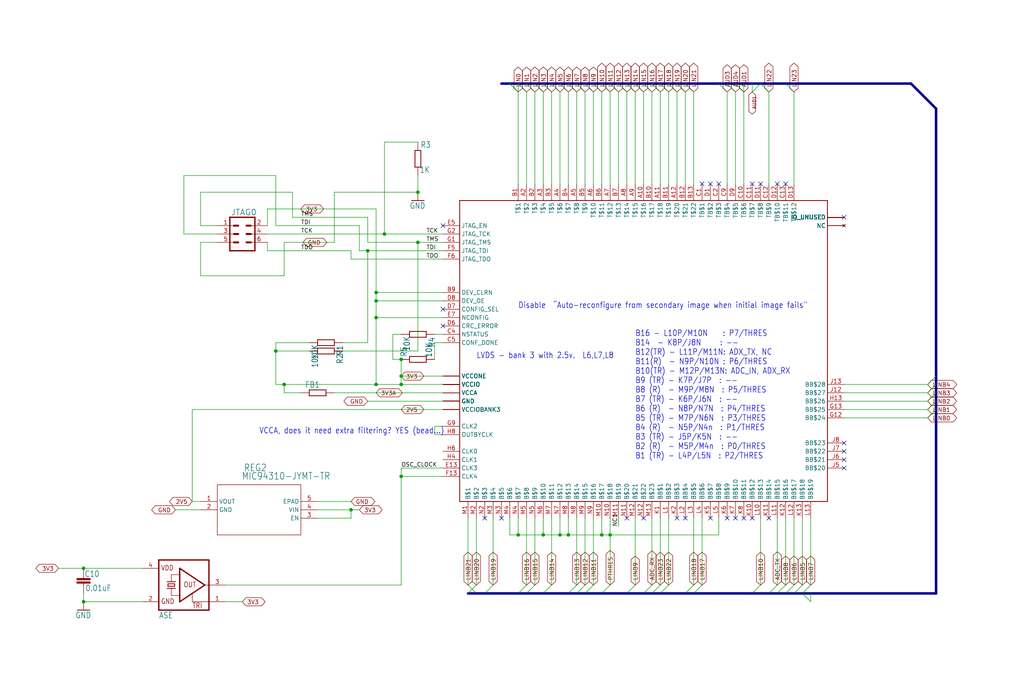
<source format=kicad_sch>
(kicad_sch (version 20231120) (generator "eeschema") (generator_version "8.0")
  (paper "User" 311.226 210.007)
  (lib_symbols
    (symbol "pokeymax4-eagle-import:ASE"
      (symbol "ASE_1_0"
        (text "GND" (at -6.985 -5.842 0) (effects (font (size 1.524 1.2954)) (justify left bottom)))
        (text "OUT" (at -0.127 -0.762 0) (effects (font (size 1.524 1.2954)) (justify left bottom)))
        (text "TRI" (at 2.54 -7.112 0) (effects (font (size 1.524 1.2954)) (justify left bottom)))
        (text "VDD" (at -6.985 4.318 0) (effects (font (size 1.524 1.2954)) (justify left bottom)))
        (pin input line (at 12.7 -5.08 180) (length 5.08) (name "TRI") (number "1"))
        (pin power_in line (at -12.7 -5.08 0) (length 5.08) (name "GND") (number "2"))
        (pin output line (at 12.7 0 180) (length 5.08) (name "OUT") (number "3"))
        (pin power_in line (at -12.7 5.08 0) (length 5.08) (name "VDD") (number "4"))
      )
    )
    (symbol "pokeymax4-eagle-import:C-EUC0402"
      (property "Reference" "C" (at 1.524 0.381 0))
      (symbol "C-EUC0402_1_0"
        (pin passive line (at 0 2.54 270) (length 2.54) (name "1") (number "1"))
        (pin passive line (at 0 -5.08 90) (length 2.54) (name "2") (number "2"))
      )
    )
    (symbol "pokeymax4-eagle-import:CONN_03X2LOCK"
      (property "Reference" "J" (at -3.556 5.588 0))
      (symbol "CONN_03X2LOCK_1_0"
        (pin bidirectional line (at -7.62 2.54 0) (length 5.08) (name "1") (number "1"))
        (pin bidirectional line (at 7.62 2.54 180) (length 5.08) (name "2") (number "2"))
        (pin bidirectional line (at -7.62 0 0) (length 5.08) (name "3") (number "3"))
        (pin bidirectional line (at 7.62 0 180) (length 5.08) (name "4") (number "4"))
        (pin bidirectional line (at -7.62 -2.54 0) (length 5.08) (name "5") (number "5"))
        (pin bidirectional line (at 7.62 -2.54 180) (length 5.08) (name "6") (number "6"))
      )
    )
    (symbol "pokeymax4-eagle-import:GND" (power)
      (symbol "GND_1_0"
        (pin power_in line (at 0 2.54 270) (length 2.54) (name "GND") (number "1"))
      )
    )
    (symbol "pokeymax4-eagle-import:MAX10"
      (symbol "MAX10_1_0"
        (pin power_in line (at -73.66 -22.86 0) (length 5.08) (name "GND") (number "A1"))
        (pin bidirectional line (at -12.7 43.18 270) (length 5.08) (name "T$16") (number "A10"))
        (pin bidirectional line (at -7.62 43.18 270) (length 5.08) (name "T$18") (number "A11"))
        (pin bidirectional line (at -2.54 43.18 270) (length 5.08) (name "T$20") (number "A12"))
        (pin power_in line (at -73.66 -22.86 0) (length 5.08) (name "GND") (number "A13"))
        (pin bidirectional line (at -48.26 43.18 270) (length 5.08) (name "T$2") (number "A2"))
        (pin bidirectional line (at -43.18 43.18 270) (length 5.08) (name "T$4") (number "A3"))
        (pin bidirectional line (at -38.1 43.18 270) (length 5.08) (name "T$6") (number "A4"))
        (pin bidirectional line (at -33.02 43.18 270) (length 5.08) (name "T$8") (number "A5"))
        (pin bidirectional line (at -27.94 43.18 270) (length 5.08) (name "T$10") (number "A6"))
        (pin bidirectional line (at -22.86 43.18 270) (length 5.08) (name "T$12") (number "A7"))
        (pin bidirectional line (at -17.78 43.18 270) (length 5.08) (name "T$14") (number "A8"))
        (pin bidirectional line (at -15.24 43.18 270) (length 5.08) (name "T$15") (number "A9"))
        (pin bidirectional line (at -50.8 43.18 270) (length 5.08) (name "T$1") (number "B1"))
        (pin bidirectional line (at -10.16 43.18 270) (length 5.08) (name "T$17") (number "B10"))
        (pin bidirectional line (at -5.08 43.18 270) (length 5.08) (name "T$19") (number "B11"))
        (pin bidirectional line (at 0 43.18 270) (length 5.08) (name "T$21") (number "B12"))
        (pin bidirectional line (at 2.54 43.18 270) (length 5.08) (name "T$22") (number "B13"))
        (pin bidirectional line (at -45.72 43.18 270) (length 5.08) (name "T$3") (number "B2"))
        (pin bidirectional line (at -40.64 43.18 270) (length 5.08) (name "T$5") (number "B3"))
        (pin bidirectional line (at -35.56 43.18 270) (length 5.08) (name "T$7") (number "B4"))
        (pin bidirectional line (at -30.48 43.18 270) (length 5.08) (name "T$9") (number "B5"))
        (pin bidirectional line (at -25.4 43.18 270) (length 5.08) (name "T$11") (number "B6"))
        (pin bidirectional line (at -20.32 43.18 270) (length 5.08) (name "T$13") (number "B7"))
        (pin power_in line (at -73.66 -22.86 0) (length 5.08) (name "GND") (number "B8"))
        (pin bidirectional line (at -73.66 10.16 0) (length 5.08) (name "DEV_CLRN") (number "B9"))
        (pin bidirectional line (at 5.08 43.18 270) (length 5.08) (name "TB$1") (number "C1"))
        (pin bidirectional line (at 17.78 43.18 270) (length 5.08) (name "TB$6") (number "C10"))
        (pin bidirectional line (at 20.32 43.18 270) (length 5.08) (name "TB$7") (number "C11"))
        (pin bidirectional line (at 25.4 43.18 270) (length 5.08) (name "TB$9") (number "C12"))
        (pin bidirectional line (at 30.48 43.18 270) (length 5.08) (name "TB$11") (number "C13"))
        (pin bidirectional line (at 10.16 43.18 270) (length 5.08) (name "TB$3") (number "C2"))
        (pin power_in line (at -73.66 -22.86 0) (length 5.08) (name "GND") (number "C3"))
        (pin bidirectional line (at -73.66 -2.54 0) (length 5.08) (name "NSTATUS") (number "C4"))
        (pin bidirectional line (at -73.66 -5.08 0) (length 5.08) (name "CONF_DONE") (number "C5"))
        (pin power_in line (at -73.66 -17.78 0) (length 5.08) (name "VCCIO") (number "C6"))
        (pin power_in line (at -73.66 -17.78 0) (length 5.08) (name "VCCIO") (number "C7"))
        (pin power_in line (at -73.66 -17.78 0) (length 5.08) (name "VCCIO") (number "C8"))
        (pin bidirectional line (at 12.7 43.18 270) (length 5.08) (name "TB$4") (number "C9"))
        (pin bidirectional line (at 7.62 43.18 270) (length 5.08) (name "TB$2") (number "D1"))
        (pin power_in line (at -73.66 -20.32 0) (length 5.08) (name "VCCA") (number "D10"))
        (pin bidirectional line (at 22.86 43.18 270) (length 5.08) (name "TB$8") (number "D11"))
        (pin bidirectional line (at 27.94 43.18 270) (length 5.08) (name "TB$10") (number "D12"))
        (pin bidirectional line (at 33.02 43.18 270) (length 5.08) (name "TB$12") (number "D13"))
        (pin no_connect line (at 48.26 30.48 180) (length 5.08) (name "NC") (number "D2"))
        (pin no_connect line (at 48.26 30.48 180) (length 5.08) (name "NC") (number "D3"))
        (pin power_in line (at -73.66 -20.32 0) (length 5.08) (name "VCCA") (number "D4"))
        (pin power_in line (at -73.66 -22.86 0) (length 5.08) (name "GND") (number "D5"))
        (pin bidirectional line (at -73.66 0 0) (length 5.08) (name "CRC_ERROR") (number "D6"))
        (pin bidirectional line (at -73.66 5.08 0) (length 5.08) (name "CONFIG_SEL") (number "D7"))
        (pin bidirectional line (at -73.66 7.62 0) (length 5.08) (name "DEV_OE") (number "D8"))
        (pin bidirectional line (at 15.24 43.18 270) (length 5.08) (name "TB$5") (number "D9"))
        (pin bidirectional line (at 48.26 33.02 180) (length 5.08) (name "IO_UNUSED") (number "E1"))
        (pin bidirectional line (at 48.26 33.02 180) (length 5.08) (name "IO_UNUSED") (number "E10"))
        (pin power_in line (at -73.66 -22.86 0) (length 5.08) (name "GND") (number "E11"))
        (pin bidirectional line (at 48.26 33.02 180) (length 5.08) (name "IO_UNUSED") (number "E12"))
        (pin bidirectional line (at -73.66 -43.18 0) (length 5.08) (name "CLK3") (number "E13"))
        (pin no_connect line (at 48.26 30.48 180) (length 5.08) (name "NC") (number "E2"))
        (pin bidirectional line (at 48.26 33.02 180) (length 5.08) (name "IO_UNUSED") (number "E3"))
        (pin bidirectional line (at 48.26 33.02 180) (length 5.08) (name "IO_UNUSED") (number "E4"))
        (pin bidirectional line (at -73.66 30.48 0) (length 5.08) (name "JTAG_EN") (number "E5"))
        (pin bidirectional line (at 48.26 33.02 180) (length 5.08) (name "IO_UNUSED") (number "E6"))
        (pin bidirectional line (at -73.66 2.54 0) (length 5.08) (name "NCONFIG") (number "E7"))
        (pin bidirectional line (at 48.26 33.02 180) (length 5.08) (name "IO_UNUSED") (number "E8"))
        (pin bidirectional line (at 48.26 33.02 180) (length 5.08) (name "IO_UNUSED") (number "E9"))
        (pin bidirectional line (at 48.26 33.02 180) (length 5.08) (name "IO_UNUSED") (number "F1"))
        (pin bidirectional line (at 48.26 33.02 180) (length 5.08) (name "IO_UNUSED") (number "F10"))
        (pin power_in line (at -73.66 -17.78 0) (length 5.08) (name "VCCIO") (number "F11"))
        (pin bidirectional line (at 48.26 33.02 180) (length 5.08) (name "IO_UNUSED") (number "F12"))
        (pin bidirectional line (at -73.66 -45.72 0) (length 5.08) (name "CLK4") (number "F13"))
        (pin power_in line (at -73.66 -17.78 0) (length 5.08) (name "VCCIO") (number "F2"))
        (pin power_in line (at -73.66 -22.86 0) (length 5.08) (name "GND") (number "F3"))
        (pin bidirectional line (at 48.26 33.02 180) (length 5.08) (name "IO_UNUSED") (number "F4"))
        (pin bidirectional line (at -73.66 22.86 0) (length 5.08) (name "JTAG_TDI") (number "F5"))
        (pin bidirectional line (at -73.66 20.32 0) (length 5.08) (name "JTAG_TDO") (number "F6"))
        (pin power_in line (at -73.66 -15.24 0) (length 5.08) (name "VCCONE") (number "F7"))
        (pin bidirectional line (at 48.26 33.02 180) (length 5.08) (name "IO_UNUSED") (number "F8"))
        (pin bidirectional line (at 48.26 33.02 180) (length 5.08) (name "IO_UNUSED") (number "F9"))
        (pin bidirectional line (at -73.66 25.4 0) (length 5.08) (name "JTAG_TMS") (number "G1"))
        (pin bidirectional line (at 48.26 33.02 180) (length 5.08) (name "IO_UNUSED") (number "G10"))
        (pin power_in line (at -73.66 -17.78 0) (length 5.08) (name "VCCIO") (number "G11"))
        (pin bidirectional line (at 48.26 -27.94 180) (length 5.08) (name "BB$24") (number "G12"))
        (pin bidirectional line (at 48.26 -25.4 180) (length 5.08) (name "BB$25") (number "G13"))
        (pin bidirectional line (at -73.66 27.94 0) (length 5.08) (name "JTAG_TCK") (number "G2"))
        (pin power_in line (at -73.66 -17.78 0) (length 5.08) (name "VCCIO") (number "G3"))
        (pin bidirectional line (at 48.26 33.02 180) (length 5.08) (name "IO_UNUSED") (number "G4"))
        (pin bidirectional line (at 48.26 33.02 180) (length 5.08) (name "IO_UNUSED") (number "G5"))
        (pin power_in line (at -73.66 -15.24 0) (length 5.08) (name "VCCONE") (number "G6"))
        (pin power_in line (at -73.66 -22.86 0) (length 5.08) (name "GND") (number "G7"))
        (pin power_in line (at -73.66 -15.24 0) (length 5.08) (name "VCCONE") (number "G8"))
        (pin bidirectional line (at -73.66 -30.48 0) (length 5.08) (name "CLK2") (number "G9"))
        (pin bidirectional line (at 48.26 33.02 180) (length 5.08) (name "IO_UNUSED") (number "H1"))
        (pin bidirectional line (at 48.26 33.02 180) (length 5.08) (name "IO_UNUSED") (number "H10"))
        (pin power_in line (at -73.66 -17.78 0) (length 5.08) (name "VCCIO") (number "H11"))
        (pin power_in line (at -73.66 -22.86 0) (length 5.08) (name "GND") (number "H12"))
        (pin bidirectional line (at 48.26 -22.86 180) (length 5.08) (name "BB$26") (number "H13"))
        (pin bidirectional line (at 48.26 33.02 180) (length 5.08) (name "IO_UNUSED") (number "H2"))
        (pin bidirectional line (at 48.26 33.02 180) (length 5.08) (name "IO_UNUSED") (number "H3"))
        (pin bidirectional line (at -73.66 -40.64 0) (length 5.08) (name "CLK1") (number "H4"))
        (pin bidirectional line (at 48.26 33.02 180) (length 5.08) (name "IO_UNUSED") (number "H5"))
        (pin bidirectional line (at -73.66 -38.1 0) (length 5.08) (name "CLK0") (number "H6"))
        (pin power_in line (at -73.66 -15.24 0) (length 5.08) (name "VCCONE") (number "H7"))
        (pin bidirectional line (at -73.66 -33.02 0) (length 5.08) (name "OUTBYCLK") (number "H8"))
        (pin bidirectional line (at 48.26 33.02 180) (length 5.08) (name "IO_UNUSED") (number "H9"))
        (pin bidirectional line (at 48.26 33.02 180) (length 5.08) (name "IO_UNUSED") (number "J1"))
        (pin bidirectional line (at 48.26 33.02 180) (length 5.08) (name "IO_UNUSED") (number "J10"))
        (pin power_in line (at -73.66 -17.78 0) (length 5.08) (name "VCCIO") (number "J11"))
        (pin bidirectional line (at 48.26 -20.32 180) (length 5.08) (name "BB$27") (number "J12"))
        (pin bidirectional line (at 48.26 -17.78 180) (length 5.08) (name "BB$28") (number "J13"))
        (pin bidirectional line (at 48.26 33.02 180) (length 5.08) (name "IO_UNUSED") (number "J2"))
        (pin power_in line (at -73.66 -17.78 0) (length 5.08) (name "VCCIO") (number "J3"))
        (pin power_in line (at -73.66 -22.86 0) (length 5.08) (name "GND") (number "J4"))
        (pin bidirectional line (at 48.26 -43.18 180) (length 5.08) (name "BB$20") (number "J5"))
        (pin bidirectional line (at 48.26 -40.64 180) (length 5.08) (name "BB$21") (number "J6"))
        (pin bidirectional line (at 48.26 -38.1 180) (length 5.08) (name "BB$22") (number "J7"))
        (pin bidirectional line (at 48.26 -35.56 180) (length 5.08) (name "BB$23") (number "J8"))
        (pin bidirectional line (at 48.26 33.02 180) (length 5.08) (name "IO_UNUSED") (number "J9"))
        (pin bidirectional line (at -7.62 -58.42 90) (length 5.08) (name "BB$1") (number "K1"))
        (pin bidirectional line (at 20.32 -58.42 90) (length 5.08) (name "BB$12") (number "K10"))
        (pin bidirectional line (at 25.4 -58.42 90) (length 5.08) (name "BB$14") (number "K11"))
        (pin bidirectional line (at 30.48 -58.42 90) (length 5.08) (name "BB$16") (number "K12"))
        (pin bidirectional line (at 35.56 -58.42 90) (length 5.08) (name "BB$18") (number "K13"))
        (pin bidirectional line (at -2.54 -58.42 90) (length 5.08) (name "BB$3") (number "K2"))
        (pin power_in line (at -73.66 -17.78 0) (length 5.08) (name "VCCIO") (number "K3"))
        (pin power_in line (at -73.66 -20.32 0) (length 5.08) (name "VCCA") (number "K4"))
        (pin bidirectional line (at 7.62 -58.42 90) (length 5.08) (name "BB$7") (number "K5"))
        (pin bidirectional line (at 12.7 -58.42 90) (length 5.08) (name "BB$9") (number "K6"))
        (pin bidirectional line (at 15.24 -58.42 90) (length 5.08) (name "BB$10") (number "K7"))
        (pin bidirectional line (at 17.78 -58.42 90) (length 5.08) (name "BB$11") (number "K8"))
        (pin power_in line (at -73.66 -20.32 0) (length 5.08) (name "VCCA") (number "K9"))
        (pin bidirectional line (at -5.08 -58.42 90) (length 5.08) (name "BB$2") (number "L1"))
        (pin bidirectional line (at 22.86 -58.42 90) (length 5.08) (name "BB$13") (number "L10"))
        (pin bidirectional line (at 27.94 -58.42 90) (length 5.08) (name "BB$15") (number "L11"))
        (pin bidirectional line (at 33.02 -58.42 90) (length 5.08) (name "BB$17") (number "L12"))
        (pin bidirectional line (at 38.1 -58.42 90) (length 5.08) (name "BB$19") (number "L13"))
        (pin bidirectional line (at 0 -58.42 90) (length 5.08) (name "BB$4") (number "L2"))
        (pin bidirectional line (at 2.54 -58.42 90) (length 5.08) (name "BB$5") (number "L3"))
        (pin bidirectional line (at 5.08 -58.42 90) (length 5.08) (name "BB$6") (number "L4"))
        (pin bidirectional line (at 10.16 -58.42 90) (length 5.08) (name "BB$8") (number "L5"))
        (pin power_in line (at -73.66 -25.4 0) (length 5.08) (name "VCCIOBANK3") (number "L6"))
        (pin power_in line (at -73.66 -25.4 0) (length 5.08) (name "VCCIOBANK3") (number "L7"))
        (pin power_in line (at -73.66 -25.4 0) (length 5.08) (name "VCCIOBANK3") (number "L8"))
        (pin power_in line (at -73.66 -22.86 0) (length 5.08) (name "GND") (number "L9"))
        (pin bidirectional line (at -66.04 -58.42 90) (length 5.08) (name "B$1") (number "M1"))
        (pin bidirectional line (at -25.4 -58.42 90) (length 5.08) (name "B$17") (number "M10"))
        (pin bidirectional line (at -20.32 -58.42 90) (length 5.08) (name "B$19") (number "M11"))
        (pin bidirectional line (at -15.24 -58.42 90) (length 5.08) (name "B$21") (number "M12"))
        (pin bidirectional line (at -10.16 -58.42 90) (length 5.08) (name "B$23") (number "M13"))
        (pin bidirectional line (at -63.5 -58.42 90) (length 5.08) (name "B$2") (number "M2"))
        (pin bidirectional line (at -58.42 -58.42 90) (length 5.08) (name "B$4") (number "M3"))
        (pin bidirectional line (at -53.34 -58.42 90) (length 5.08) (name "B$6") (number "M4"))
        (pin bidirectional line (at -48.26 -58.42 90) (length 5.08) (name "B$8") (number "M5"))
        (pin power_in line (at -73.66 -22.86 0) (length 5.08) (name "GND") (number "M6"))
        (pin bidirectional line (at -40.64 -58.42 90) (length 5.08) (name "B$11") (number "M7"))
        (pin bidirectional line (at -35.56 -58.42 90) (length 5.08) (name "B$13") (number "M8"))
        (pin bidirectional line (at -30.48 -58.42 90) (length 5.08) (name "B$15") (number "M9"))
        (pin power_in line (at -73.66 -22.86 0) (length 5.08) (name "GND") (number "N1"))
        (pin bidirectional line (at -22.86 -58.42 90) (length 5.08) (name "B$18") (number "N10"))
        (pin bidirectional line (at -17.78 -58.42 90) (length 5.08) (name "B$20") (number "N11"))
        (pin bidirectional line (at -12.7 -58.42 90) (length 5.08) (name "B$22") (number "N12"))
        (pin power_in line (at -73.66 -22.86 0) (length 5.08) (name "GND") (number "N13"))
        (pin bidirectional line (at -60.96 -58.42 90) (length 5.08) (name "B$3") (number "N2"))
        (pin bidirectional line (at -55.88 -58.42 90) (length 5.08) (name "B$5") (number "N3"))
        (pin bidirectional line (at -50.8 -58.42 90) (length 5.08) (name "B$7") (number "N4"))
        (pin bidirectional line (at -45.72 -58.42 90) (length 5.08) (name "B$9") (number "N5"))
        (pin bidirectional line (at -43.18 -58.42 90) (length 5.08) (name "B$10") (number "N6"))
        (pin bidirectional line (at -38.1 -58.42 90) (length 5.08) (name "B$12") (number "N7"))
        (pin bidirectional line (at -33.02 -58.42 90) (length 5.08) (name "B$14") (number "N8"))
        (pin bidirectional line (at -27.94 -58.42 90) (length 5.08) (name "B$16") (number "N9"))
      )
    )
    (symbol "pokeymax4-eagle-import:MIC94310-JYMT-TR"
      (property "Reference" "U" (at 15.5956 9.1186 0))
      (symbol "MIC94310-JYMT-TR_1_0"
        (pin output line (at 2.54 0 0) (length 5.08) (name "VOUT") (number "1"))
        (pin power_in line (at 2.54 -2.54 0) (length 5.08) (name "GND") (number "2"))
        (pin input line (at 38.1 -5.08 180) (length 5.08) (name "EN") (number "3"))
        (pin input line (at 38.1 -2.54 180) (length 5.08) (name "VIN") (number "4"))
        (pin passive line (at 38.1 0 180) (length 5.08) (name "EPAD") (number "5"))
      )
    )
    (symbol "pokeymax4-eagle-import:R-EU_R0402"
      (property "Reference" "R" (at -3.81 1.4986 0))
      (symbol "R-EU_R0402_1_0"
        (pin passive line (at -5.08 0 0) (length 2.54) (name "1") (number "1"))
        (pin passive line (at 5.08 0 180) (length 2.54) (name "2") (number "2"))
      )
    )
  )
  (junction (at 121.92 116.84))
  (junction (at 114.3 91.44))
  (junction (at 83.82 106.68))
  (junction (at 121.92 114.3))
  (junction (at 114.3 96.52))
  (junction (at 114.3 116.84))
  (junction (at 116.84 71.12))
  (junction (at 185.42 162.56))
  (junction (at 127 73.66))
  (junction (at 127 58.42))
  (junction (at 25.4 172.72))
  (junction (at 157.48 162.56))
  (junction (at 170.18 162.56))
  (junction (at 172.72 162.56))
  (junction (at 121.92 144.78))
  (junction (at 86.36 116.84))
  (junction (at 114.3 88.9))
  (junction (at 182.88 162.56))
  (junction (at 111.76 76.2))
  (junction (at 165.1 162.56))
  (junction (at 106.68 154.94))
  (junction (at 121.92 109.22))
  (junction (at 25.4 182.88))
  (no_connect (at 256.54 142.24))
  (no_connect (at 213.36 55.88))
  (no_connect (at 215.9 157.48))
  (no_connect (at 147.32 157.48))
  (no_connect (at 220.98 157.48))
  (no_connect (at 256.54 139.7))
  (no_connect (at 218.44 55.88))
  (no_connect (at 233.68 157.48))
  (no_connect (at 256.54 66.04))
  (no_connect (at 231.14 55.88))
  (no_connect (at 208.28 157.48))
  (no_connect (at 228.6 157.48))
  (no_connect (at 134.62 93.98))
  (no_connect (at 256.54 137.16))
  (no_connect (at 226.06 157.48))
  (no_connect (at 195.58 157.48))
  (no_connect (at 134.62 68.58))
  (no_connect (at 223.52 157.48))
  (no_connect (at 152.4 157.48))
  (no_connect (at 134.62 99.06))
  (no_connect (at 190.5 157.48))
  (no_connect (at 215.9 55.88))
  (no_connect (at 238.76 55.88))
  (no_connect (at 256.54 134.62))
  (no_connect (at 228.6 55.88))
  (no_connect (at 236.22 55.88))
  (no_connect (at 205.74 157.48))
  (bus_entry (at 198.12 27.94) (size -2.54 -2.54))
  (bus_entry (at 243.84 177.8) (size -2.54 2.54))
  (bus_entry (at 205.74 27.94) (size -2.54 -2.54))
  (bus_entry (at 180.34 177.8) (size -2.54 2.54))
  (bus_entry (at 281.94 121.92) (size 2.54 -2.54))
  (bus_entry (at 157.48 27.94) (size -2.54 -2.54))
  (bus_entry (at 193.04 27.94) (size -2.54 -2.54))
  (bus_entry (at 220.98 27.94) (size -2.54 -2.54))
  (bus_entry (at 175.26 27.94) (size -2.54 -2.54))
  (bus_entry (at 223.52 27.94) (size -2.54 -2.54))
  (bus_entry (at 200.66 27.94) (size -2.54 -2.54))
  (bus_entry (at 281.94 124.46) (size 2.54 -2.54))
  (bus_entry (at 149.86 177.8) (size -2.54 2.54))
  (bus_entry (at 281.94 119.38) (size 2.54 -2.54))
  (bus_entry (at 162.56 177.8) (size -2.54 2.54))
  (bus_entry (at 177.8 27.94) (size -2.54 -2.54))
  (bus_entry (at 165.1 27.94) (size -2.54 -2.54))
  (bus_entry (at 203.2 27.94) (size -2.54 -2.54))
  (bus_entry (at 180.34 27.94) (size -2.54 -2.54))
  (bus_entry (at 281.94 127) (size 2.54 -2.54))
  (bus_entry (at 190.5 27.94) (size -2.54 -2.54))
  (bus_entry (at 200.66 177.8) (size -2.54 2.54))
  (bus_entry (at 142.24 177.8) (size 2.54 2.54))
  (bus_entry (at 144.78 177.8) (size -2.54 2.54))
  (bus_entry (at 228.6 27.94) (size 2.54 -2.54))
  (bus_entry (at 162.56 27.94) (size -2.54 -2.54))
  (bus_entry (at 198.12 177.8) (size -2.54 2.54))
  (bus_entry (at 210.82 177.8) (size -2.54 2.54))
  (bus_entry (at 160.02 177.8) (size -2.54 2.54))
  (bus_entry (at 226.06 27.94) (size -2.54 -2.54))
  (bus_entry (at 241.3 177.8) (size -2.54 2.54))
  (bus_entry (at 170.18 27.94) (size -2.54 -2.54))
  (bus_entry (at 241.3 27.94) (size -2.54 -2.54))
  (bus_entry (at 182.88 27.94) (size -2.54 -2.54))
  (bus_entry (at 226.06 27.94) (size -2.54 -2.54))
  (bus_entry (at 208.28 27.94) (size -2.54 -2.54))
  (bus_entry (at 185.42 27.94) (size -2.54 -2.54))
  (bus_entry (at 246.38 182.88) (size -2.54 -2.54))
  (bus_entry (at 167.64 177.8) (size -2.54 2.54))
  (bus_entry (at 187.96 27.94) (size -2.54 -2.54))
  (bus_entry (at 193.04 177.8) (size -2.54 2.54))
  (bus_entry (at 281.94 116.84) (size 2.54 -2.54))
  (bus_entry (at 246.38 177.8) (size -2.54 2.54))
  (bus_entry (at 210.82 27.94) (size -2.54 -2.54))
  (bus_entry (at 172.72 27.94) (size -2.54 -2.54))
  (bus_entry (at 233.68 27.94) (size -2.54 -2.54))
  (bus_entry (at 175.26 177.8) (size -2.54 2.54))
  (bus_entry (at 238.76 177.8) (size -2.54 2.54))
  (bus_entry (at 231.14 177.8) (size -2.54 2.54))
  (bus_entry (at 157.48 27.94) (size -2.54 -2.54))
  (bus_entry (at 167.64 27.94) (size -2.54 -2.54))
  (bus_entry (at 177.8 177.8) (size -2.54 2.54))
  (bus_entry (at 195.58 27.94) (size -2.54 -2.54))
  (bus_entry (at 236.22 177.8) (size -2.54 2.54))
  (bus_entry (at 160.02 27.94) (size -2.54 -2.54))
  (bus_entry (at 213.36 177.8) (size -2.54 2.54))
  (bus_entry (at 185.42 177.8) (size -2.54 2.54))
  (bus_entry (at 203.2 177.8) (size -2.54 2.54))
  (wire (pts (xy 86.36 116.84) (xy 83.82 116.84)) (stroke (width 0.1524)))
  (wire (pts (xy 142.24 177.8) (xy 142.24 157.48)) (stroke (width 0.1524)))
  (wire (pts (xy 88.9 58.42) (xy 60.96 58.42)) (stroke (width 0.1524)))
  (wire (pts (xy 213.36 177.8) (xy 213.36 157.48)) (stroke (width 0.1524)))
  (wire (pts (xy 172.72 162.56) (xy 172.72 157.48)) (stroke (width 0.1524)))
  (wire (pts (xy 281.94 127) (xy 256.54 127)) (stroke (width 0.1524)))
  (wire (pts (xy 127 73.66) (xy 111.76 73.66)) (stroke (width 0.1524)))
  (wire (pts (xy 223.52 27.94) (xy 223.52 55.88)) (stroke (width 0.1524)))
  (bus (pts (xy 160.02 25.4) (xy 162.56 25.4)) (stroke (width 0.762)))
  (wire (pts (xy 91.44 119.38) (xy 86.36 119.38)) (stroke (width 0.1524)))
  (wire (pts (xy 55.88 71.12) (xy 66.04 71.12)) (stroke (width 0.1524)))
  (bus (pts (xy 200.66 25.4) (xy 203.2 25.4)) (stroke (width 0.762)))
  (wire (pts (xy 182.88 157.48) (xy 182.88 162.56)) (stroke (width 0.1524)))
  (wire (pts (xy 111.76 66.04) (xy 111.76 73.66)) (stroke (width 0.1524)))
  (wire (pts (xy 134.62 76.2) (xy 111.76 76.2)) (stroke (width 0.1524)))
  (wire (pts (xy 157.48 27.94) (xy 157.48 25.4)) (stroke (width 0.1524)))
  (wire (pts (xy 185.42 27.94) (xy 185.42 55.88)) (stroke (width 0.1524)))
  (wire (pts (xy 114.3 88.9) (xy 114.3 63.5)) (stroke (width 0.1524)))
  (wire (pts (xy 162.56 27.94) (xy 162.56 55.88)) (stroke (width 0.1524)))
  (wire (pts (xy 58.42 124.46) (xy 58.42 152.4)) (stroke (width 0.1524)))
  (wire (pts (xy 182.88 162.56) (xy 172.72 162.56)) (stroke (width 0.1524)))
  (wire (pts (xy 134.62 73.66) (xy 127 73.66)) (stroke (width 0.1524)))
  (wire (pts (xy 81.28 71.12) (xy 116.84 71.12)) (stroke (width 0.1524)))
  (wire (pts (xy 60.96 58.42) (xy 60.96 68.58)) (stroke (width 0.1524)))
  (bus (pts (xy 182.88 180.34) (xy 190.5 180.34)) (stroke (width 0.762)))
  (wire (pts (xy 132.08 104.14) (xy 132.08 109.22)) (stroke (width 0.1524)))
  (bus (pts (xy 147.32 180.34) (xy 157.48 180.34)) (stroke (width 0.762)))
  (wire (pts (xy 177.8 27.94) (xy 177.8 55.88)) (stroke (width 0.1524)))
  (wire (pts (xy 162.56 177.8) (xy 162.56 157.48)) (stroke (width 0.1524)))
  (bus (pts (xy 284.48 121.92) (xy 284.48 124.46)) (stroke (width 0.762)))
  (wire (pts (xy 114.3 96.52) (xy 114.3 91.44)) (stroke (width 0.1524)))
  (wire (pts (xy 134.62 142.24) (xy 121.92 142.24)) (stroke (width 0.1524)))
  (bus (pts (xy 208.28 180.34) (xy 210.82 180.34)) (stroke (width 0.762)))
  (wire (pts (xy 25.4 172.72) (xy 17.78 172.72)) (stroke (width 0.1524)))
  (bus (pts (xy 190.5 180.34) (xy 195.58 180.34)) (stroke (width 0.762)))
  (wire (pts (xy 83.82 68.58) (xy 109.22 68.58)) (stroke (width 0.1524)))
  (wire (pts (xy 111.76 104.14) (xy 111.76 76.2)) (stroke (width 0.1524)))
  (wire (pts (xy 96.52 157.48) (xy 106.68 157.48)) (stroke (width 0.1524)))
  (wire (pts (xy 55.88 53.34) (xy 55.88 71.12)) (stroke (width 0.1524)))
  (bus (pts (xy 175.26 180.34) (xy 177.8 180.34)) (stroke (width 0.762)))
  (bus (pts (xy 284.48 124.46) (xy 284.48 180.34)) (stroke (width 0.762)))
  (wire (pts (xy 170.18 162.56) (xy 170.18 157.48)) (stroke (width 0.1524)))
  (wire (pts (xy 182.88 162.56) (xy 185.42 162.56)) (stroke (width 0.1524)))
  (wire (pts (xy 121.92 114.3) (xy 121.92 109.22)) (stroke (width 0.1524)))
  (wire (pts (xy 233.68 27.94) (xy 233.68 55.88)) (stroke (width 0.1524)))
  (wire (pts (xy 66.04 73.66) (xy 60.96 73.66)) (stroke (width 0.1524)))
  (wire (pts (xy 134.62 104.14) (xy 132.08 104.14)) (stroke (width 0.1524)))
  (wire (pts (xy 236.22 177.8) (xy 236.22 157.48)) (stroke (width 0.1524)))
  (wire (pts (xy 121.92 116.84) (xy 114.3 116.84)) (stroke (width 0.1524)))
  (wire (pts (xy 116.84 71.12) (xy 116.84 43.18)) (stroke (width 0.1524)))
  (bus (pts (xy 154.94 25.4) (xy 157.48 25.4)) (stroke (width 0.762)))
  (wire (pts (xy 86.36 83.82) (xy 86.36 73.66)) (stroke (width 0.1524)))
  (wire (pts (xy 149.86 177.8) (xy 149.86 157.48)) (stroke (width 0.1524)))
  (wire (pts (xy 210.82 177.8) (xy 210.82 157.48)) (stroke (width 0.1524)))
  (bus (pts (xy 205.74 25.4) (xy 208.28 25.4)) (stroke (width 0.762)))
  (bus (pts (xy 218.44 25.4) (xy 220.98 25.4)) (stroke (width 0.762)))
  (wire (pts (xy 281.94 121.92) (xy 256.54 121.92)) (stroke (width 0.1524)))
  (wire (pts (xy 127 106.68) (xy 104.14 106.68)) (stroke (width 0.1524)))
  (wire (pts (xy 83.82 106.68) (xy 93.98 106.68)) (stroke (width 0.1524)))
  (wire (pts (xy 83.82 116.84) (xy 83.82 106.68)) (stroke (width 0.1524)))
  (wire (pts (xy 106.68 157.48) (xy 106.68 154.94)) (stroke (width 0.1524)))
  (wire (pts (xy 281.94 124.46) (xy 256.54 124.46)) (stroke (width 0.1524)))
  (wire (pts (xy 68.58 182.88) (xy 73.66 182.88)) (stroke (width 0.1524)))
  (bus (pts (xy 220.98 25.4) (xy 223.52 25.4)) (stroke (width 0.762)))
  (wire (pts (xy 132.08 132.08) (xy 134.62 132.08)) (stroke (width 0.1524)))
  (wire (pts (xy 86.36 119.38) (xy 86.36 116.84)) (stroke (width 0.1524)))
  (wire (pts (xy 157.48 162.56) (xy 157.48 157.48)) (stroke (width 0.1524)))
  (bus (pts (xy 233.68 180.34) (xy 236.22 180.34)) (stroke (width 0.762)))
  (wire (pts (xy 119.38 101.6) (xy 121.92 101.6)) (stroke (width 0.1524)))
  (wire (pts (xy 109.22 68.58) (xy 109.22 76.2)) (stroke (width 0.1524)))
  (bus (pts (xy 203.2 25.4) (xy 205.74 25.4)) (stroke (width 0.762)))
  (wire (pts (xy 106.68 154.94) (xy 109.22 154.94)) (stroke (width 0.1524)))
  (bus (pts (xy 182.88 25.4) (xy 185.42 25.4)) (stroke (width 0.762)))
  (wire (pts (xy 132.08 129.54) (xy 132.08 132.08)) (stroke (width 0.1524)))
  (bus (pts (xy 165.1 180.34) (xy 172.72 180.34)) (stroke (width 0.762)))
  (wire (pts (xy 53.34 154.94) (xy 60.96 154.94)) (stroke (width 0.1524)))
  (wire (pts (xy 226.06 27.94) (xy 226.06 55.88)) (stroke (width 0.1524)))
  (wire (pts (xy 157.48 162.56) (xy 154.94 162.56)) (stroke (width 0.1524)))
  (bus (pts (xy 284.48 114.3) (xy 284.48 116.84)) (stroke (width 0.762)))
  (wire (pts (xy 170.18 162.56) (xy 165.1 162.56)) (stroke (width 0.1524)))
  (wire (pts (xy 187.96 27.94) (xy 187.96 55.88)) (stroke (width 0.1524)))
  (wire (pts (xy 81.28 76.2) (xy 106.68 76.2)) (stroke (width 0.1524)))
  (wire (pts (xy 134.62 96.52) (xy 114.3 96.52)) (stroke (width 0.1524)))
  (wire (pts (xy 200.66 177.8) (xy 200.66 157.48)) (stroke (width 0.1524)))
  (bus (pts (xy 195.58 25.4) (xy 198.12 25.4)) (stroke (width 0.762)))
  (wire (pts (xy 182.88 27.94) (xy 182.88 55.88)) (stroke (width 0.1524)))
  (bus (pts (xy 284.48 116.84) (xy 284.48 119.38)) (stroke (width 0.762)))
  (bus (pts (xy 236.22 180.34) (xy 238.76 180.34)) (stroke (width 0.762)))
  (wire (pts (xy 86.36 73.66) (xy 101.6 73.66)) (stroke (width 0.1524)))
  (bus (pts (xy 195.58 180.34) (xy 198.12 180.34)) (stroke (width 0.762)))
  (wire (pts (xy 185.42 177.8) (xy 185.42 162.56)) (stroke (width 0.1524)))
  (bus (pts (xy 238.76 25.4) (xy 276.86 25.4)) (stroke (width 0.762)))
  (wire (pts (xy 88.9 66.04) (xy 111.76 66.04)) (stroke (width 0.1524)))
  (bus (pts (xy 238.76 180.34) (xy 241.3 180.34)) (stroke (width 0.762)))
  (wire (pts (xy 121.92 144.78) (xy 121.92 142.24)) (stroke (width 0.1524)))
  (wire (pts (xy 134.62 88.9) (xy 114.3 88.9)) (stroke (width 0.1524)))
  (wire (pts (xy 193.04 27.94) (xy 193.04 55.88)) (stroke (width 0.1524)))
  (wire (pts (xy 83.82 104.14) (xy 83.82 106.68)) (stroke (width 0.1524)))
  (wire (pts (xy 43.18 172.72) (xy 25.4 172.72)) (stroke (width 0.1524)))
  (wire (pts (xy 195.58 27.94) (xy 195.58 55.88)) (stroke (width 0.1524)))
  (wire (pts (xy 88.9 66.04) (xy 88.9 58.42)) (stroke (width 0.1524)))
  (wire (pts (xy 200.66 27.94) (xy 200.66 55.88)) (stroke (width 0.1524)))
  (wire (pts (xy 165.1 27.94) (xy 165.1 55.88)) (stroke (width 0.1524)))
  (wire (pts (xy 121.92 177.8) (xy 121.92 144.78)) (stroke (width 0.1524)))
  (wire (pts (xy 114.3 63.5) (xy 81.28 63.5)) (stroke (width 0.1524)))
  (wire (pts (xy 241.3 27.94) (xy 241.3 55.88)) (stroke (width 0.1524)))
  (wire (pts (xy 121.92 114.3) (xy 121.92 116.84)) (stroke (width 0.1524)))
  (wire (pts (xy 218.44 162.56) (xy 185.42 162.56)) (stroke (width 0.1524)))
  (wire (pts (xy 172.72 27.94) (xy 172.72 55.88)) (stroke (width 0.1524)))
  (bus (pts (xy 177.8 25.4) (xy 180.34 25.4)) (stroke (width 0.762)))
  (wire (pts (xy 246.38 182.88) (xy 246.38 180.34)) (stroke (width 0.1524)))
  (wire (pts (xy 111.76 76.2) (xy 109.22 76.2)) (stroke (width 0.1524)))
  (wire (pts (xy 160.02 177.8) (xy 160.02 157.48)) (stroke (width 0.1524)))
  (wire (pts (xy 111.76 104.14) (xy 104.14 104.14)) (stroke (width 0.1524)))
  (wire (pts (xy 111.76 121.92) (xy 134.62 121.92)) (stroke (width 0.1524)))
  (bus (pts (xy 284.48 119.38) (xy 284.48 121.92)) (stroke (width 0.762)))
  (wire (pts (xy 127 58.42) (xy 127 53.34)) (stroke (width 0.1524)))
  (wire (pts (xy 119.38 109.22) (xy 119.38 101.6)) (stroke (width 0.1524)))
  (bus (pts (xy 172.72 180.34) (xy 175.26 180.34)) (stroke (width 0.762)))
  (wire (pts (xy 177.8 177.8) (xy 177.8 157.48)) (stroke (width 0.1524)))
  (bus (pts (xy 193.04 25.4) (xy 195.58 25.4)) (stroke (width 0.762)))
  (wire (pts (xy 167.64 177.8) (xy 167.64 157.48)) (stroke (width 0.1524)))
  (bus (pts (xy 200.66 180.34) (xy 208.28 180.34)) (stroke (width 0.762)))
  (wire (pts (xy 134.62 124.46) (xy 58.42 124.46)) (stroke (width 0.1524)))
  (wire (pts (xy 81.28 68.58) (xy 81.28 63.5)) (stroke (width 0.1524)))
  (bus (pts (xy 243.84 180.34) (xy 284.48 180.34)) (stroke (width 0.762)))
  (bus (pts (xy 160.02 180.34) (xy 165.1 180.34)) (stroke (width 0.762)))
  (wire (pts (xy 281.94 116.84) (xy 256.54 116.84)) (stroke (width 0.1524)))
  (bus (pts (xy 223.52 25.4) (xy 231.14 25.4)) (stroke (width 0.762)))
  (wire (pts (xy 96.52 152.4) (xy 106.68 152.4)) (stroke (width 0.1524)))
  (wire (pts (xy 106.68 76.2) (xy 106.68 78.74)) (stroke (width 0.1524)))
  (wire (pts (xy 114.3 116.84) (xy 86.36 116.84)) (stroke (width 0.1524)))
  (wire (pts (xy 208.28 27.94) (xy 208.28 55.88)) (stroke (width 0.1524)))
  (bus (pts (xy 241.3 180.34) (xy 243.84 180.34)) (stroke (width 0.762)))
  (wire (pts (xy 60.96 73.66) (xy 60.96 83.82)) (stroke (width 0.1524)))
  (wire (pts (xy 68.58 177.8) (xy 121.92 177.8)) (stroke (width 0.1524)))
  (wire (pts (xy 175.26 177.8) (xy 175.26 157.48)) (stroke (width 0.1524)))
  (wire (pts (xy 220.98 27.94) (xy 220.98 55.88)) (stroke (width 0.1524)))
  (wire (pts (xy 43.18 182.88) (xy 25.4 182.88)) (stroke (width 0.1524)))
  (bus (pts (xy 190.5 25.4) (xy 193.04 25.4)) (stroke (width 0.762)))
  (wire (pts (xy 83.82 68.58) (xy 83.82 53.34)) (stroke (width 0.1524)))
  (wire (pts (xy 170.18 27.94) (xy 170.18 55.88)) (stroke (width 0.1524)))
  (bus (pts (xy 167.64 25.4) (xy 170.18 25.4)) (stroke (width 0.762)))
  (bus (pts (xy 162.56 25.4) (xy 165.1 25.4)) (stroke (width 0.762)))
  (wire (pts (xy 226.06 27.94) (xy 226.06 25.4)) (stroke (width 0.1524)))
  (wire (pts (xy 134.62 129.54) (xy 132.08 129.54)) (stroke (width 0.1524)))
  (wire (pts (xy 243.84 177.8) (xy 243.84 157.48)) (stroke (width 0.1524)))
  (wire (pts (xy 134.62 78.74) (xy 106.68 78.74)) (stroke (width 0.1524)))
  (bus (pts (xy 198.12 180.34) (xy 200.66 180.34)) (stroke (width 0.762)))
  (bus (pts (xy 157.48 25.4) (xy 160.02 25.4)) (stroke (width 0.762)))
  (wire (pts (xy 127 106.68) (xy 127 73.66)) (stroke (width 0.1524)))
  (bus (pts (xy 144.78 180.34) (xy 147.32 180.34)) (stroke (width 0.762)))
  (wire (pts (xy 134.62 101.6) (xy 132.08 101.6)) (stroke (width 0.1524)))
  (bus (pts (xy 172.72 25.4) (xy 175.26 25.4)) (stroke (width 0.762)))
  (wire (pts (xy 114.3 116.84) (xy 114.3 96.52)) (stroke (width 0.1524)))
  (wire (pts (xy 58.42 152.4) (xy 60.96 152.4)) (stroke (width 0.1524)))
  (bus (pts (xy 208.28 25.4) (xy 218.44 25.4)) (stroke (width 0.762)))
  (wire (pts (xy 218.44 157.48) (xy 218.44 162.56)) (stroke (width 0.1524)))
  (bus (pts (xy 177.8 180.34) (xy 182.88 180.34)) (stroke (width 0.762)))
  (wire (pts (xy 165.1 162.56) (xy 157.48 162.56)) (stroke (width 0.1524)))
  (wire (pts (xy 241.3 177.8) (xy 241.3 157.48)) (stroke (width 0.1524)))
  (wire (pts (xy 180.34 177.8) (xy 180.34 157.48)) (stroke (width 0.1524)))
  (bus (pts (xy 157.48 180.34) (xy 160.02 180.34)) (stroke (width 0.762)))
  (wire (pts (xy 210.82 27.94) (xy 210.82 55.88)) (stroke (width 0.1524)))
  (wire (pts (xy 93.98 104.14) (xy 83.82 104.14)) (stroke (width 0.1524)))
  (wire (pts (xy 121.92 109.22) (xy 119.38 109.22)) (stroke (width 0.1524)))
  (wire (pts (xy 187.96 157.48) (xy 187.96 160.02)) (stroke (width 0.1524)))
  (wire (pts (xy 96.52 154.94) (xy 106.68 154.94)) (stroke (width 0.1524)))
  (wire (pts (xy 157.48 27.94) (xy 157.48 55.88)) (stroke (width 0.1524)))
  (wire (pts (xy 101.6 73.66) (xy 101.6 58.42)) (stroke (width 0.1524)))
  (bus (pts (xy 170.18 25.4) (xy 172.72 25.4)) (stroke (width 0.762)))
  (wire (pts (xy 134.62 144.78) (xy 121.92 144.78)) (stroke (width 0.1524)))
  (wire (pts (xy 180.34 27.94) (xy 180.34 55.88)) (stroke (width 0.1524)))
  (wire (pts (xy 198.12 177.8) (xy 198.12 157.48)) (stroke (width 0.1524)))
  (bus (pts (xy 180.34 25.4) (xy 182.88 25.4)) (stroke (width 0.762)))
  (bus (pts (xy 228.6 180.34) (xy 233.68 180.34)) (stroke (width 0.762)))
  (bus (pts (xy 152.4 25.4) (xy 154.94 25.4)) (stroke (width 0.762)))
  (wire (pts (xy 116.84 43.18) (xy 127 43.18)) (stroke (width 0.1524)))
  (bus (pts (xy 142.24 180.34) (xy 144.78 180.34)) (stroke (width 0.762)))
  (wire (pts (xy 175.26 27.94) (xy 175.26 55.88)) (stroke (width 0.1524)))
  (wire (pts (xy 185.42 162.56) (xy 185.42 157.48)) (stroke (width 0.1524)))
  (wire (pts (xy 238.76 177.8) (xy 238.76 157.48)) (stroke (width 0.1524)))
  (wire (pts (xy 190.5 27.94) (xy 190.5 55.88)) (stroke (width 0.1524)))
  (wire (pts (xy 101.6 58.42) (xy 127 58.42)) (stroke (width 0.1524)))
  (wire (pts (xy 81.28 76.2) (xy 81.28 73.66)) (stroke (width 0.1524)))
  (wire (pts (xy 172.72 162.56) (xy 170.18 162.56)) (stroke (width 0.1524)))
  (bus (pts (xy 284.48 33.02) (xy 284.48 114.3)) (stroke (width 0.762)))
  (bus (pts (xy 276.86 25.4) (xy 284.48 33.02)) (stroke (width 0.762)))
  (wire (pts (xy 205.74 27.94) (xy 205.74 55.88)) (stroke (width 0.1524)))
  (wire (pts (xy 231.14 177.8) (xy 231.14 157.48)) (stroke (width 0.1524)))
  (bus (pts (xy 185.42 25.4) (xy 187.96 25.4)) (stroke (width 0.762)))
  (bus (pts (xy 210.82 180.34) (xy 228.6 180.34)) (stroke (width 0.762)))
  (bus (pts (xy 198.12 25.4) (xy 200.66 25.4)) (stroke (width 0.762)))
  (wire (pts (xy 281.94 119.38) (xy 256.54 119.38)) (stroke (width 0.1524)))
  (wire (pts (xy 25.4 182.88) (xy 25.4 180.34)) (stroke (width 0.1524)))
  (bus (pts (xy 231.14 25.4) (xy 238.76 25.4)) (stroke (width 0.762)))
  (wire (pts (xy 154.94 162.56) (xy 154.94 157.48)) (stroke (width 0.1524)))
  (wire (pts (xy 134.62 91.44) (xy 114.3 91.44)) (stroke (width 0.1524)))
  (wire (pts (xy 134.62 71.12) (xy 116.84 71.12)) (stroke (width 0.1524)))
  (wire (pts (xy 60.96 83.82) (xy 86.36 83.82)) (stroke (width 0.1524)))
  (bus (pts (xy 175.26 25.4) (xy 177.8 25.4)) (stroke (width 0.762)))
  (wire (pts (xy 228.6 27.94) (xy 228.6 25.4)) (stroke (width 0.1524)))
  (wire (pts (xy 165.1 162.56) (xy 165.1 157.48)) (stroke (width 0.1524)))
  (wire (pts (xy 134.62 114.3) (xy 121.92 114.3)) (stroke (width 0.1524)))
  (wire (pts (xy 246.38 177.8) (xy 246.38 157.48)) (stroke (width 0.1524)))
  (wire (pts (xy 134.62 119.38) (xy 101.6 119.38)) (stroke (width 0.1524)))
  (wire (pts (xy 203.2 27.94) (xy 203.2 55.88)) (stroke (width 0.1524)))
  (bus (pts (xy 187.96 25.4) (xy 190.5 25.4)) (stroke (width 0.762)))
  (wire (pts (xy 114.3 91.44) (xy 114.3 88.9)) (stroke (width 0.1524)))
  (wire (pts (xy 121.92 116.84) (xy 134.62 116.84)) (stroke (width 0.1524)))
  (wire (pts (xy 198.12 27.94) (xy 198.12 55.88)) (stroke (width 0.1524)))
  (bus (pts (xy 165.1 25.4) (xy 167.64 25.4)) (stroke (width 0.762)))
  (wire (pts (xy 160.02 27.94) (xy 160.02 55.88)) (stroke (width 0.1524)))
  (wire (pts (xy 144.78 177.8) (xy 144.78 157.48)) (stroke (width 0.1524)))
  (wire (pts (xy 203.2 177.8) (xy 203.2 157.48)) (stroke (width 0.1524)))
  (wire (pts (xy 83.82 53.34) (xy 55.88 53.34)) (stroke (width 0.1524)))
  (wire (pts (xy 193.04 177.8) (xy 193.04 157.48)) (stroke (width 0.1524)))
  (wire (pts (xy 60.96 68.58) (xy 66.04 68.58)) (stroke (width 0.1524)))
  (wire (pts (xy 167.64 27.94) (xy 167.64 55.88)) (stroke (width 0.1524)))
  (text "Disable  “Auto-reconfigure from secondary image when initial image fails\"" (at 157.48 93.98 0) (effects (font (size 1.778 1.5113)) (justify left bottom)))
  (text "B16 - L10P/M10N    : P7/THRES\nB14  - K8P/J8N     : --\nB12(TR) - L11P/M11N: ADX_TX, NC\nB11(R)  - N9P/N10N : P6/THRES\nB10(TR) - M12P/M13N: ADC_IN, ADX_RX\nB9 (TR) - K7P/J7P  : --\nB8 (R)  - M9P/M8N  : P5/THRES\nB7 (TR) - K6P/J6N  : --\nB6 (R)  - N8P/N7N  : P4/THRES\nB5 (TR) - M7P/N6N  : P3/THRES\nB4 (R)  - N5P/N4n  : P1/THRES\nB3 (TR) - J5P/K5N  : --\nB2 (R)  - M5P/M4n  : P0/THRES\nB1 (TR) - L4P/L5N  : P2/THRES" (at 193.04 139.7 0) (effects (font (size 1.778 1.5113)) (justify left bottom)))
  (text "LVDS - bank 3 with 2.5v.  L6,L7,L8" (at 144.78 109.22 0) (effects (font (size 1.778 1.5113)) (justify left bottom)))
  (text "VCCA, does it need extra filtering? YES (bead...)" (at 78.74 132.08 0) (effects (font (size 1.778 1.5113)) (justify left bottom)))
  (label "TMS" (at 129.54 73.66 0) (effects (font (size 1.2446 1.2446))))
  (label "TMS" (at 91.44 66.04 0) (effects (font (size 1.2446 1.2446))))
  (label "TDI" (at 129.54 76.2 0) (effects (font (size 1.2446 1.2446))))
  (label "TCK" (at 129.54 71.12 0) (effects (font (size 1.2446 1.2446))))
  (label "OSC_CLOCK" (at 121.92 142.24 0) (effects (font (size 1.2446 1.2446))))
  (label "TCK" (at 91.44 71.12 0) (effects (font (size 1.2446 1.2446))))
  (label "TDO" (at 91.44 76.2 0) (effects (font (size 1.2446 1.2446))))
  (label "TDI" (at 91.44 68.58 0) (effects (font (size 1.2446 1.2446))))
  (label "NC1" (at 187.96 160.02 90) (effects (font (size 1.2446 1.2446))))
  (label "TDO" (at 129.54 78.74 0) (effects (font (size 1.2446 1.2446))))
  (global_label "AUD1" (shape bidirectional) (at 228.6 27.94 270) (effects (font (size 1.016 1.016))) (property "Intersheetrefs" "${INTERSHEET_REFS}" (effects (hide yes))))
  (global_label "AUD4" (shape bidirectional) (at 223.52 27.94 90) (effects (font (size 1.2446 1.2446))) (property "Intersheetrefs" "${INTERSHEET_REFS}" (effects (hide yes))))
  (global_label "3V3" (shape bidirectional) (at 121.92 114.3 0) (effects (font (size 1.2446 1.2446))) (property "Intersheetrefs" "${INTERSHEET_REFS}" (effects (hide yes))))
  (global_label "LIN11" (shape bidirectional) (at 185.42 27.94 90) (effects (font (size 1.2446 1.2446))) (property "Intersheetrefs" "${INTERSHEET_REFS}" (effects (hide yes))))
  (global_label "AUD1" (shape bidirectional) (at 226.06 27.94 90) (effects (font (size 1.2446 1.2446))) (property "Intersheetrefs" "${INTERSHEET_REFS}" (effects (hide yes))))
  (global_label "LIN8" (shape bidirectional) (at 177.8 27.94 90) (effects (font (size 1.2446 1.2446))) (property "Intersheetrefs" "${INTERSHEET_REFS}" (effects (hide yes))))
  (global_label "LIN15" (shape bidirectional) (at 195.58 27.94 90) (effects (font (size 1.2446 1.2446))) (property "Intersheetrefs" "${INTERSHEET_REFS}" (effects (hide yes))))
  (global_label "LIN17" (shape bidirectional) (at 200.66 27.94 90) (effects (font (size 1.2446 1.2446))) (property "Intersheetrefs" "${INTERSHEET_REFS}" (effects (hide yes))))
  (global_label "GND" (shape bidirectional) (at 53.34 154.94 180) (effects (font (size 1.2446 1.2446))) (property "Intersheetrefs" "${INTERSHEET_REFS}" (effects (hide yes))))
  (global_label "LIN2" (shape bidirectional) (at 162.56 27.94 90) (effects (font (size 1.2446 1.2446))) (property "Intersheetrefs" "${INTERSHEET_REFS}" (effects (hide yes))))
  (global_label "LINB12" (shape bidirectional) (at 177.8 177.8 90) (effects (font (size 1.2446 1.2446))) (property "Intersheetrefs" "${INTERSHEET_REFS}" (effects (hide yes))))
  (global_label "LINB10" (shape bidirectional) (at 231.14 177.8 90) (effects (font (size 1.2446 1.2446))) (property "Intersheetrefs" "${INTERSHEET_REFS}" (effects (hide yes))))
  (global_label "GND" (shape bidirectional) (at 111.76 121.92 180) (effects (font (size 1.2446 1.2446))) (property "Intersheetrefs" "${INTERSHEET_REFS}" (effects (hide yes))))
  (global_label "AUD3" (shape bidirectional) (at 220.98 27.94 90) (effects (font (size 1.2446 1.2446))) (property "Intersheetrefs" "${INTERSHEET_REFS}" (effects (hide yes))))
  (global_label "LINB8" (shape bidirectional) (at 238.76 177.8 90) (effects (font (size 1.2446 1.2446))) (property "Intersheetrefs" "${INTERSHEET_REFS}" (effects (hide yes))))
  (global_label "ADC_RX" (shape bidirectional) (at 198.12 177.8 90) (effects (font (size 1.2446 1.2446))) (property "Intersheetrefs" "${INTERSHEET_REFS}" (effects (hide yes))))
  (global_label "LIN20" (shape bidirectional) (at 208.28 27.94 90) (effects (font (size 1.2446 1.2446))) (property "Intersheetrefs" "${INTERSHEET_REFS}" (effects (hide yes))))
  (global_label "3V3" (shape bidirectional) (at 109.22 154.94 0) (effects (font (size 1.2446 1.2446))) (property "Intersheetrefs" "${INTERSHEET_REFS}" (effects (hide yes))))
  (global_label "3V3A" (shape bidirectional) (at 114.3 119.38 0) (effects (font (size 1.2446 1.2446))) (property "Intersheetrefs" "${INTERSHEET_REFS}" (effects (hide yes))))
  (global_label "LINB9" (shape bidirectional) (at 193.04 177.8 90) (effects (font (size 1.2446 1.2446))) (property "Intersheetrefs" "${INTERSHEET_REFS}" (effects (hide yes))))
  (global_label "LINB2" (shape bidirectional) (at 281.94 121.92 0) (effects (font (size 1.2446 1.2446))) (property "Intersheetrefs" "${INTERSHEET_REFS}" (effects (hide yes))))
  (global_label "LIN5" (shape bidirectional) (at 170.18 27.94 90) (effects (font (size 1.2446 1.2446))) (property "Intersheetrefs" "${INTERSHEET_REFS}" (effects (hide yes))))
  (global_label "LINB1" (shape bidirectional) (at 281.94 124.46 0) (effects (font (size 1.2446 1.2446))) (property "Intersheetrefs" "${INTERSHEET_REFS}" (effects (hide yes))))
  (global_label "LIN21" (shape bidirectional) (at 210.82 27.94 90) (effects (font (size 1.2446 1.2446))) (property "Intersheetrefs" "${INTERSHEET_REFS}" (effects (hide yes))))
  (global_label "LINB13" (shape bidirectional) (at 175.26 177.8 90) (effects (font (size 1.2446 1.2446))) (property "Intersheetrefs" "${INTERSHEET_REFS}" (effects (hide yes))))
  (global_label "ADC_TX" (shape bidirectional) (at 236.22 177.8 90) (effects (font (size 1.2446 1.2446))) (property "Intersheetrefs" "${INTERSHEET_REFS}" (effects (hide yes))))
  (global_label "LINB22" (shape bidirectional) (at 203.2 177.8 90) (effects (font (size 1.2446 1.2446))) (property "Intersheetrefs" "${INTERSHEET_REFS}" (effects (hide yes))))
  (global_label "LINB7" (shape bidirectional) (at 246.38 177.8 90) (effects (font (size 1.2446 1.2446))) (property "Intersheetrefs" "${INTERSHEET_REFS}" (effects (hide yes))))
  (global_label "3V3" (shape bidirectional) (at 73.66 182.88 0) (effects (font (size 1.2446 1.2446))) (property "Intersheetrefs" "${INTERSHEET_REFS}" (effects (hide yes))))
  (global_label "LINB19" (shape bidirectional) (at 149.86 177.8 90) (effects (font (size 1.2446 1.2446))) (property "Intersheetrefs" "${INTERSHEET_REFS}" (effects (hide yes))))
  (global_label "2V5" (shape bidirectional) (at 121.92 124.46 0) (effects (font (size 1.2446 1.2446))) (property "Intersheetrefs" "${INTERSHEET_REFS}" (effects (hide yes))))
  (global_label "LINB4" (shape bidirectional) (at 281.94 116.84 0) (effects (font (size 1.2446 1.2446))) (property "Intersheetrefs" "${INTERSHEET_REFS}" (effects (hide yes))))
  (global_label "GND" (shape bidirectional) (at 92.075 73.66 0) (effects (font (size 1.2446 1.2446))) (property "Intersheetrefs" "${INTERSHEET_REFS}" (effects (hide yes))))
  (global_label "LINB17" (shape bidirectional) (at 213.36 177.8 90) (effects (font (size 1.2446 1.2446))) (property "Intersheetrefs" "${INTERSHEET_REFS}" (effects (hide yes))))
  (global_label "LIN0" (shape bidirectional) (at 157.48 27.94 90) (effects (font (size 1.2446 1.2446))) (property "Intersheetrefs" "${INTERSHEET_REFS}" (effects (hide yes))))
  (global_label "LIN14" (shape bidirectional) (at 193.04 27.94 90) (effects (font (size 1.2446 1.2446))) (property "Intersheetrefs" "${INTERSHEET_REFS}" (effects (hide yes))))
  (global_label "LINB5" (shape bidirectional) (at 243.84 177.8 90) (effects (font (size 1.2446 1.2446))) (property "Intersheetrefs" "${INTERSHEET_REFS}" (effects (hide yes))))
  (global_label "LIN7" (shape bidirectional) (at 175.26 27.94 90) (effects (font (size 1.2446 1.2446))) (property "Intersheetrefs" "${INTERSHEET_REFS}" (effects (hide yes))))
  (global_label "GND" (shape bidirectional) (at 106.68 152.4 0) (effects (font (size 1.2446 1.2446))) (property "Intersheetrefs" "${INTERSHEET_REFS}" (effects (hide yes))))
  (global_label "LIN3" (shape bidirectional) (at 165.1 27.94 90) (effects (font (size 1.2446 1.2446))) (property "Intersheetrefs" "${INTERSHEET_REFS}" (effects (hide yes))))
  (global_label "LINB6" (shape bidirectional) (at 241.3 177.8 90) (effects (font (size 1.2446 1.2446))) (property "Intersheetrefs" "${INTERSHEET_REFS}" (effects (hide yes))))
  (global_label "LIN10" (shape bidirectional) (at 182.88 27.94 90) (effects (font (size 1.2446 1.2446))) (property "Intersheetrefs" "${INTERSHEET_REFS}" (effects (hide yes))))
  (global_label "LIN12" (shape bidirectional) (at 187.96 27.94 90) (effects (font (size 1.2446 1.2446))) (property "Intersheetrefs" "${INTERSHEET_REFS}" (effects (hide yes))))
  (global_label "LINB16" (shape bidirectional) (at 160.02 177.8 90) (effects (font (size 1.2446 1.2446))) (property "Intersheetrefs" "${INTERSHEET_REFS}" (effects (hide yes))))
  (global_label "LINB15" (shape bidirectional) (at 162.56 177.8 90) (effects (font (size 1.2446 1.2446))) (property "Intersheetrefs" "${INTERSHEET_REFS}" (effects (hide yes))))
  (global_label "LIN23" (shape bidirectional) (at 241.3 27.94 90) (effects (font (size 1.2446 1.2446))) (property "Intersheetrefs" "${INTERSHEET_REFS}" (effects (hide yes))))
  (global_label "LINB0" (shape bidirectional) (at 281.94 127 0) (effects (font (size 1.2446 1.2446))) (property "Intersheetrefs" "${INTERSHEET_REFS}" (effects (hide yes))))
  (global_label "3V3" (shape bidirectional) (at 91.44 63.5 0) (effects (font (size 1.2446 1.2446))) (property "Intersheetrefs" "${INTERSHEET_REFS}" (effects (hide yes))))
  (global_label "LIN1" (shape bidirectional) (at 160.02 27.94 90) (effects (font (size 1.2446 1.2446))) (property "Intersheetrefs" "${INTERSHEET_REFS}" (effects (hide yes))))
  (global_label "LINB20" (shape bidirectional) (at 144.78 177.8 90) (effects (font (size 1.2446 1.2446))) (property "Intersheetrefs" "${INTERSHEET_REFS}" (effects (hide yes))))
  (global_label "LIN6" (shape bidirectional) (at 172.72 27.94 90) (effects (font (size 1.2446 1.2446))) (property "Intersheetrefs" "${INTERSHEET_REFS}" (effects (hide yes))))
  (global_label "LIN22" (shape bidirectional) (at 233.68 27.94 90) (effects (font (size 1.2446 1.2446))) (property "Intersheetrefs" "${INTERSHEET_REFS}" (effects (hide yes))))
  (global_label "LINB11" (shape bidirectional) (at 180.34 177.8 90) (effects (font (size 1.2446 1.2446))) (property "Intersheetrefs" "${INTERSHEET_REFS}" (effects (hide yes))))
  (global_label "LIN18" (shape bidirectional) (at 203.2 27.94 90) (effects (font (size 1.2446 1.2446))) (property "Intersheetrefs" "${INTERSHEET_REFS}" (effects (hide yes))))
  (global_label "LINB3" (shape bidirectional) (at 281.94 119.38 0) (effects (font (size 1.2446 1.2446))) (property "Intersheetrefs" "${INTERSHEET_REFS}" (effects (hide yes))))
  (global_label "LINB14" (shape bidirectional) (at 167.64 177.8 90) (effects (font (size 1.2446 1.2446))) (property "Intersheetrefs" "${INTERSHEET_REFS}" (effects (hide yes))))
  (global_label "LIN9" (shape bidirectional) (at 180.34 27.94 90) (effects (font (size 1.2446 1.2446))) (property "Intersheetrefs" "${INTERSHEET_REFS}" (effects (hide yes))))
  (global_label "LIN13" (shape bidirectional) (at 190.5 27.94 90) (effects (font (size 1.2446 1.2446))) (property "Intersheetrefs" "${INTERSHEET_REFS}" (effects (hide yes))))
  (global_label "LINB23" (shape bidirectional) (at 200.66 177.8 90) (effects (font (size 1.2446 1.2446))) (property "Intersheetrefs" "${INTERSHEET_REFS}" (effects (hide yes))))
  (global_label "LINB18" (shape bidirectional) (at 210.82 177.8 90) (effects (font (size 1.2446 1.2446))) (property "Intersheetrefs" "${INTERSHEET_REFS}" (effects (hide yes))))
  (global_label "LIN16" (shape bidirectional) (at 198.12 27.94 90) (effects (font (size 1.2446 1.2446))) (property "Intersheetrefs" "${INTERSHEET_REFS}" (effects (hide yes))))
  (global_label "LINB21" (shape bidirectional) (at 142.24 177.8 90) (effects (font (size 1.2446 1.2446))) (property "Intersheetrefs" "${INTERSHEET_REFS}" (effects (hide yes))))
  (global_label "LIN4" (shape bidirectional) (at 167.64 27.94 90) (effects (font (size 1.2446 1.2446))) (property "Intersheetrefs" "${INTERSHEET_REFS}" (effects (hide yes))))
  (global_label "2V5" (shape bidirectional) (at 58.42 152.4 180) (effects (font (size 1.2446 1.2446))) (property "Intersheetrefs" "${INTERSHEET_REFS}" (effects (hide yes))))
  (global_label "PTHRES" (shape bidirectional) (at 185.42 177.8 90) (effects (font (size 1.2446 1.2446))) (property "Intersheetrefs" "${INTERSHEET_REFS}" (effects (hide yes))))
  (global_label "LIN19" (shape bidirectional) (at 205.74 27.94 90) (effects (font (size 1.2446 1.2446))) (property "Intersheetrefs" "${INTERSHEET_REFS}" (effects (hide yes))))
  (global_label "3V3" (shape bidirectional) (at 17.78 172.72 180) (effects (font (size 1.2446 1.2446))) (property "Intersheetrefs" "${INTERSHEET_REFS}" (effects (hide yes))))
  (symbol (lib_id "pokeymax4-eagle-import:R-EU_R0402") (at 127 109.22 0) (unit 1)
    (property "Reference" "R5" (at 123.7234 108.458 90) (effects (font (size 1.778 1.5113)) (justify left bottom)))
    (property "Value" "10K" (at 131.318 108.712 90) (effects (font (size 1.778 1.5113)) (justify left bottom)))
    (property "Footprint" "pokeymax4:R0402" (effects (hide yes)))
    (property "LCSC Part #" "C25744" (effects (hide yes)))
  )
  (symbol (lib_id "pokeymax4-eagle-import:R-EU_R0402") (at 99.06 106.68 180) (unit 1)
    (property "Reference" "R2" (at 102.3366 107.442 90) (effects (font (size 1.778 1.5113)) (justify left bottom)))
    (property "Value" "10K" (at 94.742 107.188 90) (effects (font (size 1.778 1.5113)) (justify left bottom)))
    (property "Footprint" "pokeymax4:R0402" (effects (hide yes)))
    (property "LCSC Part #" "C25744" (effects (hide yes)))
  )
  (symbol (lib_id "pokeymax4-eagle-import:R-EU_R0402") (at 127 48.26 270) (unit 1)
    (property "Reference" "R3" (at 127.762 44.9834 90) (effects (font (size 1.778 1.5113)) (justify left bottom)))
    (property "Value" "1K" (at 127.508 52.578 90) (effects (font (size 1.778 1.5113)) (justify left bottom)))
    (property "Footprint" "pokeymax4:R0402" (effects (hide yes)))
    (property "LCSC Part #" "C11702" (effects (hide yes)))
  )
  (symbol (lib_id "pokeymax4-eagle-import:C-EUC0402") (at 25.4 175.26 0) (unit 1)
    (property "Reference" "C10" (at 25.654 175.387 0) (effects (font (size 1.778 1.5113)) (justify left bottom)))
    (property "Value" "0.01uF" (at 25.908 179.705 0) (effects (font (size 1.778 1.5113)) (justify left bottom)))
    (property "Footprint" "pokeymax4:C0402" (effects (hide yes)))
    (property "LCSC Part #" " C15195" (effects (hide yes)))
  )
  (symbol (lib_id "pokeymax4-eagle-import:MAX10") (at 208.28 99.06 0) (unit 1)
    (property "Reference" "U3" (effects (hide yes)))
    (property "Value" "MAX10" (effects (hide yes)))
    (property "Footprint" "pokeymax4:U169SMALL" (effects (hide yes)))
    (property "LCSC Part #" "C1521935" (effects (hide yes)))
  )
  (symbol (lib_id "pokeymax4-eagle-import:CONN_03X2LOCK") (at 73.66 71.12 0) (unit 1) (in_bom no)
    (property "Reference" "JTAG0" (at 70.104 65.532 0) (effects (font (size 1.778 1.778)) (justify left bottom)))
    (property "Value" "CONN_03X2LOCK" (effects (hide yes)))
    (property "Footprint" "pokeymax4:2X3_LOCK" (effects (hide yes)))
  )
  (symbol (lib_id "pokeymax4-eagle-import:MIC94310-JYMT-TR") (at 58.42 152.4 0) (unit 1)
    (property "Reference" "REG2" (at 74.0156 143.2814 0) (effects (font (size 2.0828 1.7703)) (justify left bottom)))
    (property "Value" "MIC94310-JYMT-TR" (at 73.3806 145.8214 0) (effects (font (size 2.0828 1.7703)) (justify left bottom)))
    (property "Footprint" "pokeymax4:TDFN4_1P2X1P6_MCH" (effects (hide yes)))
    (property "LCSC Part #" "C622559" (effects (hide yes)))
    (property "JLCPCB Rotation Offset" "270" (effects (hide yes)))
  )
  (symbol (lib_id "pokeymax4-eagle-import:GND") (at 25.4 185.42 0) (unit 1)
    (property "Reference" "#GND024" (effects (hide yes)))
    (property "Value" "GND" (at 22.86 187.96 0) (effects (font (size 1.778 1.5113)) (justify left bottom)))
  )
  (symbol (lib_id "pokeymax4-eagle-import:R-EU_R0402") (at 99.06 104.14 180) (unit 1)
    (property "Reference" "R1" (at 102.3366 104.902 90) (effects (font (size 1.778 1.5113)) (justify left bottom)))
    (property "Value" "10K" (at 94.742 104.648 90) (effects (font (size 1.778 1.5113)) (justify left bottom)))
    (property "Footprint" "pokeymax4:R0402" (effects (hide yes)))
    (property "LCSC Part #" "C25744" (effects (hide yes)))
  )
  (symbol (lib_id "pokeymax4-eagle-import:ASE") (at 55.88 177.8 0) (unit 1)
    (property "Reference" "X1" (effects (hide yes)))
    (property "Value" "ASE" (at 48.26 187.96 0) (effects (font (size 1.778 1.5113)) (justify left bottom)))
    (property "Footprint" "pokeymax4:ASE" (effects (hide yes)))
    (property "LCSC Part #" "C7431354" (effects (hide yes)))
  )
  (symbol (lib_id "pokeymax4-eagle-import:R-EU_R0402") (at 127 101.6 180) (unit 1)
    (property "Reference" "R4" (at 130.2766 102.362 90) (effects (font (size 1.778 1.5113)) (justify left bottom)))
    (property "Value" "10K" (at 122.682 102.108 90) (effects (font (size 1.778 1.5113)) (justify left bottom)))
    (property "Footprint" "pokeymax4:R0402" (effects (hide yes)))
    (property "LCSC Part #" "C25744" (effects (hide yes)))
  )
  (symbol (lib_id "pokeymax4-eagle-import:GND") (at 127 60.96 0) (unit 1)
    (property "Reference" "#GND029" (effects (hide yes)))
    (property "Value" "GND" (at 124.46 63.5 0) (effects (font (size 1.778 1.5113)) (justify left bottom)))
  )
  (symbol (lib_id "pokeymax4-eagle-import:R-EU_R0402") (at 96.52 119.38 0) (unit 1)
    (property "Reference" "FB1" (at 92.71 117.8814 0) (effects (font (size 1.778 1.5113)) (justify left bottom)))
    (property "Value" "R-EU_R0402" (effects (hide yes)))
    (property "Footprint" "pokeymax4:R0402" (effects (hide yes)))
    (property "LCSC Part #" "C710330" (effects (hide yes)))
  )
)
</source>
